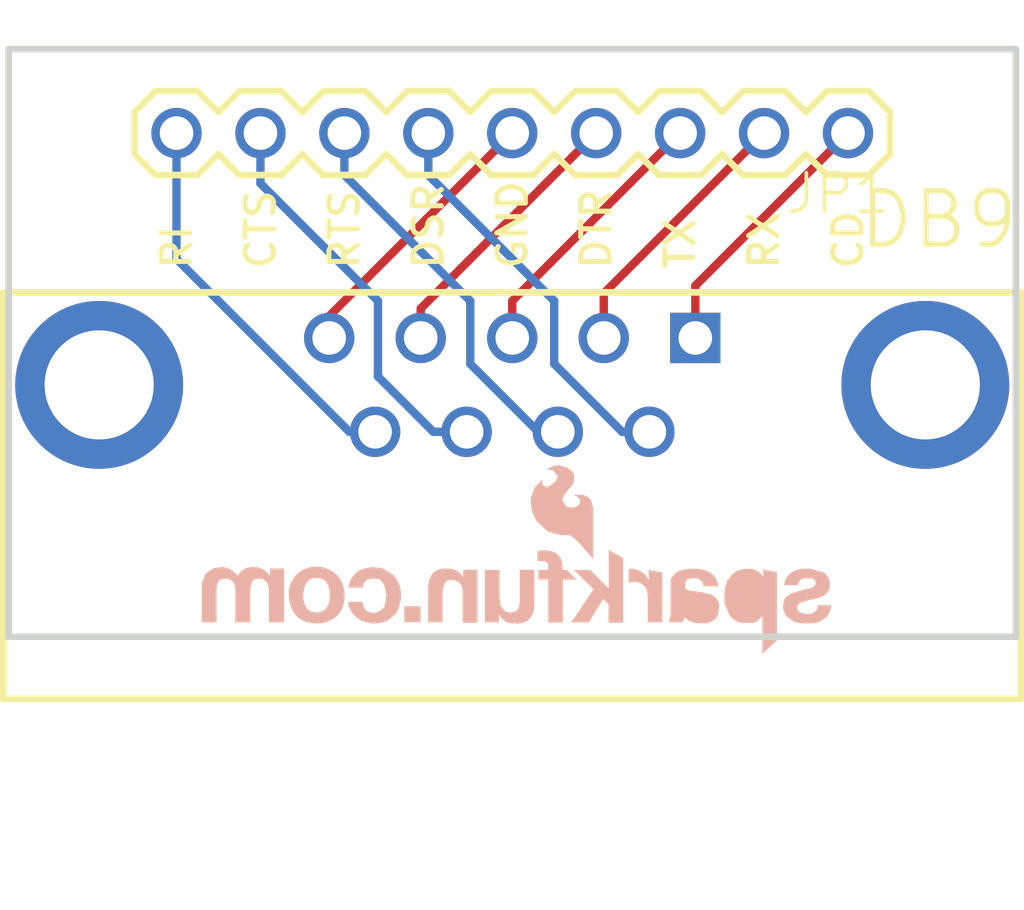
<source format=kicad_pcb>
(kicad_pcb (version 20211014) (generator pcbnew)
  (layers (0 "F.Cu" signal) (31 "B.Cu" signal) (34 "B.Paste" user) (35 "F.Paste" user) (36 "B.SilkS" user "B.Silkscreen") (37 "F.SilkS" user "F.Silkscreen") (38 "B.Mask" user) (39 "F.Mask" user) (44 "Edge.Cuts" user))
  (net 0 "")
  (net 1 "GND")
  (net 2 "DTR")
  (net 3 "TX")
  (net 4 "RX")
  (net 5 "CD")
  (net 6 "RI")
  (net 7 "CTS")
  (net 8 "RTS")
  (net 9 "DSR")
  (footprint "boardEagle:1X09" (layer "F.Cu") (at 158.6611 98.6536 180)
    (fp_text reference "JP1" (at -1.3462 -1.8288) (layer "F.SilkS") (effects (font (size 1.1557 1.1557) (thickness 0.1143)) (justify right)))
    (fp_text value "M09")
    (fp_line (start 15.875 -1.27) (end 16.51 -0.635) (layer "F.SilkS") (width 0.2032))
    (fp_line (start 21.59 0.635) (end 20.955 1.27) (layer "F.SilkS") (width 0.2032))
    (fp_line (start 12.065 -1.27) (end 13.335 -1.27) (layer "F.SilkS") (width 0.2032))
    (fp_line (start 14.605 -1.27) (end 13.97 -0.635) (layer "F.SilkS") (width 0.2032))
    (fp_line (start -1.27 0.635) (end -0.635 1.27) (layer "F.SilkS") (width 0.2032))
    (fp_line (start 3.81 -0.635) (end 4.445 -1.27) (layer "F.SilkS") (width 0.2032))
    (fp_line (start 17.145 -1.27) (end 16.51 -0.635) (layer "F.SilkS") (width 0.2032))
    (fp_line (start 1.27 -0.635) (end 1.905 -1.27) (layer "F.SilkS") (width 0.2032))
    (fp_line (start 20.955 -1.27) (end 21.59 -0.635) (layer "F.SilkS") (width 0.2032))
    (fp_line (start 13.335 -1.27) (end 13.97 -0.635) (layer "F.SilkS") (width 0.2032))
    (fp_line (start 1.905 1.27) (end 1.27 0.635) (layer "F.SilkS") (width 0.2032))
    (fp_line (start 19.685 -1.27) (end 20.955 -1.27) (layer "F.SilkS") (width 0.2032))
    (fp_line (start 19.05 0.635) (end 18.415 1.27) (layer "F.SilkS") (width 0.2032))
    (fp_line (start 0.635 1.27) (end -0.635 1.27) (layer "F.SilkS") (width 0.2032))
    (fp_line (start 9.525 1.27) (end 8.89 0.635) (layer "F.SilkS") (width 0.2032))
    (fp_line (start 4.445 -1.27) (end 5.715 -1.27) (layer "F.SilkS") (width 0.2032))
    (fp_line (start 6.35 0.635) (end 6.985 1.27) (layer "F.SilkS") (width 0.2032))
    (fp_line (start 3.175 1.27) (end 1.905 1.27) (layer "F.SilkS") (width 0.2032))
    (fp_line (start 14.605 -1.27) (end 15.875 -1.27) (layer "F.SilkS") (width 0.2032))
    (fp_line (start 19.05 0.635) (end 19.685 1.27) (layer "F.SilkS") (width 0.2032))
    (fp_line (start 8.89 0.635) (end 8.255 1.27) (layer "F.SilkS") (width 0.2032))
    (fp_line (start 6.985 -1.27) (end 8.255 -1.27) (layer "F.SilkS") (width 0.2032))
    (fp_line (start 20.955 1.27) (end 19.685 1.27) (layer "F.SilkS") (width 0.2032))
    (fp_line (start -1.27 -0.635) (end -1.27 0.635) (layer "F.SilkS") (width 0.2032))
    (fp_line (start 13.335 1.27) (end 12.065 1.27) (layer "F.SilkS") (width 0.2032))
    (fp_line (start 8.89 -0.635) (end 9.525 -1.27) (layer "F.SilkS") (width 0.2032))
    (fp_line (start 16.51 0.635) (end 15.875 1.27) (layer "F.SilkS") (width 0.2032))
    (fp_line (start 4.445 1.27) (end 3.81 0.635) (layer "F.SilkS") (width 0.2032))
    (fp_line (start 11.43 0.635) (end 10.795 1.27) (layer "F.SilkS") (width 0.2032))
    (fp_line (start 10.795 1.27) (end 9.525 1.27) (layer "F.SilkS") (width 0.2032))
    (fp_line (start 3.81 0.635) (end 3.175 1.27) (layer "F.SilkS") (width 0.2032))
    (fp_line (start 6.985 -1.27) (end 6.35 -0.635) (layer "F.SilkS") (width 0.2032))
    (fp_line (start 8.255 1.27) (end 6.985 1.27) (layer "F.SilkS") (width 0.2032))
    (fp_line (start 10.795 -1.27) (end 11.43 -0.635) (layer "F.SilkS") (width 0.2032))
    (fp_line (start 18.415 1.27) (end 17.145 1.27) (layer "F.SilkS") (width 0.2032))
    (fp_line (start 3.175 -1.27) (end 3.81 -0.635) (layer "F.SilkS") (width 0.2032))
    (fp_line (start 5.715 -1.27) (end 6.35 -0.635) (layer "F.SilkS") (width 0.2032))
    (fp_line (start -0.635 -1.27) (end 0.635 -1.27) (layer "F.SilkS") (width 0.2032))
    (fp_line (start 5.715 1.27) (end 4.445 1.27) (layer "F.SilkS") (width 0.2032))
    (fp_line (start 18.415 -1.27) (end 19.05 -0.635) (layer "F.SilkS") (width 0.2032))
    (fp_line (start 15.875 1.27) (end 14.605 1.27) (layer "F.SilkS") (width 0.2032))
    (fp_line (start 6.35 0.635) (end 5.715 1.27) (layer "F.SilkS") (width 0.2032))
    (fp_line (start 16.51 0.635) (end 17.145 1.27) (layer "F.SilkS") (width 0.2032))
    (fp_line (start 13.97 0.635) (end 14.605 1.27) (layer "F.SilkS") (width 0.2032))
    (fp_line (start 13.97 0.635) (end 13.335 1.27) (layer "F.SilkS") (width 0.2032))
    (fp_line (start 17.145 -1.27) (end 18.415 -1.27) (layer "F.SilkS") (width 0.2032))
    (fp_line (start 11.43 -0.635) (end 12.065 -1.27) (layer "F.SilkS") (width 0.2032))
    (fp_line (start 12.065 1.27) (end 11.43 0.635) (layer "F.SilkS") (width 0.2032))
    (fp_line (start 21.59 -0.635) (end 21.59 0.635) (layer "F.SilkS") (width 0.2032))
    (fp_line (start 9.525 -1.27) (end 10.795 -1.27) (layer "F.SilkS") (width 0.2032))
    (fp_line (start 8.255 -1.27) (end 8.89 -0.635) (layer "F.SilkS") (width 0.2032))
    (fp_line (start 0.635 -1.27) (end 1.27 -0.635) (layer "F.SilkS") (width 0.2032))
    (fp_line (start 19.685 -1.27) (end 19.05 -0.635) (layer "F.SilkS") (width 0.2032))
    (fp_line (start 1.905 -1.27) (end 3.175 -1.27) (layer "F.SilkS") (width 0.2032))
    (fp_line (start 1.27 0.635) (end 0.635 1.27) (layer "F.SilkS") (width 0.2032))
    (fp_line (start -0.635 -1.27) (end -1.27 -0.635) (layer "F.SilkS") (width 0.2032))
    (pad "1" thru_hole circle (at 0 0 270) (size 1.524 1.524) (drill 1.016) (layers *.Cu *.Mask) (net 5 "CD"))
    (pad "2" thru_hole circle (at 2.54 0 270) (size 1.524 1.524) (drill 1.016) (layers *.Cu *.Mask) (net 4 "RX"))
    (pad "3" thru_hole circle (at 5.08 0 270) (size 1.524 1.524) (drill 1.016) (layers *.Cu *.Mask) (net 3 "TX"))
    (pad "4" thru_hole circle (at 7.62 0 270) (size 1.524 1.524) (drill 1.016) (layers *.Cu *.Mask) (net 2 "DTR"))
    (pad "5" thru_hole circle (at 10.16 0 270) (size 1.524 1.524) (drill 1.016) (layers *.Cu *.Mask) (net 1 "GND"))
    (pad "6" thru_hole circle (at 12.7 0 270) (size 1.524 1.524) (drill 1.016) (layers *.Cu *.Mask) (net 9 "DSR"))
    (pad "7" thru_hole circle (at 15.24 0 270) (size 1.524 1.524) (drill 1.016) (layers *.Cu *.Mask) (net 8 "RTS"))
    (pad "8" thru_hole circle (at 17.78 0 270) (size 1.524 1.524) (drill 1.016) (layers *.Cu *.Mask) (net 7 "CTS"))
    (pad "9" thru_hole circle (at 20.32 0 270) (size 1.524 1.524) (drill 1.016) (layers *.Cu *.Mask) (net 6 "RI"))
  )
  (footprint "boardEagle:DB9" (layer "F.Cu") (at 148.5011 106.2736 180)
    (fp_text reference "DB9" (at -15.4 5) (layer "F.SilkS") (effects (font (size 1.61798 1.61798) (thickness 0.16002)) (justify right)))
    (fp_text value "")
    (fp_line (start -15.4 2.8) (end 15.4 2.8) (layer "F.SilkS") (width 0.2032))
    (fp_line (start -15.4 2.8) (end -15.4 -9.5) (layer "F.SilkS") (width 0.2032))
    (fp_line (start 15.4 2.8) (end 15.4 -9.5) (layer "F.SilkS") (width 0.2032))
    (fp_line (start -15.4 -9.5) (end 15.4 -9.5) (layer "F.SilkS") (width 0.2032))
    (pad "1" thru_hole rect (at -5.54 1.42 180) (size 1.524 1.524) (drill 1.016) (layers *.Cu *.Mask) (net 5 "CD"))
    (pad "2" thru_hole circle (at -2.77 1.42 180) (size 1.524 1.524) (drill 1.016) (layers *.Cu *.Mask) (net 4 "RX"))
    (pad "3" thru_hole circle (at 0 1.42 180) (size 1.524 1.524) (drill 1.016) (layers *.Cu *.Mask) (net 3 "TX"))
    (pad "4" thru_hole circle (at 2.77 1.42 180) (size 1.524 1.524) (drill 1.016) (layers *.Cu *.Mask) (net 2 "DTR"))
    (pad "5" thru_hole circle (at 5.54 1.42 180) (size 1.524 1.524) (drill 1.016) (layers *.Cu *.Mask) (net 1 "GND"))
    (pad "6" thru_hole circle (at -4.15 -1.42 180) (size 1.524 1.524) (drill 1.016) (layers *.Cu *.Mask) (net 9 "DSR"))
    (pad "7" thru_hole circle (at -1.38 -1.42 180) (size 1.524 1.524) (drill 1.016) (layers *.Cu *.Mask) (net 8 "RTS"))
    (pad "8" thru_hole circle (at 1.38 -1.42 180) (size 1.524 1.524) (drill 1.016) (layers *.Cu *.Mask) (net 7 "CTS"))
    (pad "9" thru_hole circle (at 4.15 -1.42 180) (size 1.524 1.524) (drill 1.016) (layers *.Cu *.Mask) (net 6 "RI"))
    (pad "G1" thru_hole circle (at -12.5 0 180) (size 5.08 5.08) (drill 3.302) (layers *.Cu *.Mask))
    (pad "G2" thru_hole circle (at 12.5 0 180) (size 5.08 5.08) (drill 3.302) (layers *.Cu *.Mask))
  )
  (footprint "boardEagle:SFE-NEW-WEBLOGO" (layer "B.Cu") (at 158.1531 114.4016 180)
    (fp_text reference "U$2" hide)
    (fp_text value "LOGO-SFENEW" hide)
    (fp_line (start 11.1379 0.9449) (end 10.7163 0.9449) (layer "B.SilkS") (width 0.0254))
    (fp_line (start 12.1818 2.0091) (end 12.1818 0.955) (layer "B.SilkS") (width 0.0254))
    (fp_line (start 11.1201 2.2962) (end 11.1277 2.2962) (layer "B.SilkS") (width 0.0254))
    (fp_line (start 15.5702 2.2962) (end 15.5702 2.6137) (layer "B.SilkS") (width 0.0254))
    (fp_line (start 15.5702 2.6137) (end 15.5854 2.6137) (layer "B.SilkS") (width 0.0254))
    (fp_line (start 15.5499 2.6137) (end 15.5499 2.2911) (layer "B.SilkS") (width 0.0254))
    (fp_line (start 11.1201 2.5171) (end 11.1201 2.2962) (layer "B.SilkS") (width 0.0254))
    (fp_line (start 10.7163 2.5171) (end 11.1201 2.5171) (layer "B.SilkS") (width 0.0254))
    (fp_line (start 11.7729 0.955) (end 11.7729 1.9202) (layer "B.SilkS") (width 0.0254))
    (fp_line (start 11.1379 1.8136) (end 11.1379 0.9449) (layer "B.SilkS") (width 0.0254))
    (fp_line (start 15.5499 2.2911) (end 15.527 2.2911) (layer "B.SilkS") (width 0.0254))
    (fp_line (start 10.7163 0.9449) (end 10.7163 2.5171) (layer "B.SilkS") (width 0.0254))
    (fp_line (start 12.1818 0.955) (end 11.7729 0.955) (layer "B.SilkS") (width 0.0254))
    (fp_arc (start 15.128201 2.4892) (mid 14.882786 2.260687) (end 14.7549 1.9507) (layer "B.SilkS") (width 0.0254))
    (fp_arc (start 15.428 1.2522) (mid 15.597525 1.230563) (end 15.7632 1.2725) (layer "B.SilkS") (width 0.0254))
    (fp_arc (start 14.7549 1.9507) (mid 14.737287 1.759061) (end 14.7523 1.5672) (layer "B.SilkS") (width 0.0254))
    (fp_arc (start 12.0345 2.425699) (mid 11.911985 2.51116) (end 11.7678 2.5502) (layer "B.SilkS") (width 0.0254))
    (fp_arc (start 15.809 2.5857) (mid 15.698073 2.606673) (end 15.5854 2.6137) (layer "B.SilkS") (width 0.0254))
    (fp_arc (start 15.9868 1.7196) (mid 15.980368 1.846143) (end 15.9588 1.971) (layer "B.SilkS") (width 0.0254))
    (fp_arc (start 11.7678 2.5502) (mid 11.667584 2.556058) (end 11.5672 2.5552) (layer "B.SilkS") (width 0.0254))
    (fp_arc (start 16.317 1.3665) (mid 16.380488 1.583529) (end 16.4033 1.8085) (layer "B.SilkS") (width 0.0254))
    (fp_arc (start 11.2725 2.446) (mid 11.226399 2.404414) (end 11.1862 2.3571) (layer "B.SilkS") (width 0.0254))
    (fp_arc (start 15.5423 0.9195) (mid 15.724919 0.932492) (end 15.9029 0.9754) (layer "B.SilkS") (width 0.0254))
    (fp_arc (start 15.527 2.2911) (mid 15.388433 2.258974) (end 15.278099 2.1692) (layer "B.SilkS") (width 0.0254))
    (fp_arc (start 15.7632 1.2725) (mid 15.846801 1.329279) (end 15.908 1.4097) (layer "B.SilkS") (width 0.0254))
    (fp_arc (start 15.908 1.4097) (mid 15.966057 1.559906) (end 15.9868 1.7196) (layer "B.SilkS") (width 0.0254))
    (fp_arc (start 15.1689 1.8847) (mid 15.165026 1.761448) (end 15.1714 1.6383) (layer "B.SilkS") (width 0.0254))
    (fp_arc (start 15.7277 2.2708) (mid 15.650001 2.290018) (end 15.5702 2.2962) (layer "B.SilkS") (width 0.0254))
    (fp_arc (start 11.1379 1.8821) (mid 11.137681 1.84785) (end 11.1379 1.8136) (layer "B.SilkS") (width 0.0254))
    (fp_arc (start 15.24 1.4097) (mid 15.31871 1.3127) (end 15.428 1.2522) (layer "B.SilkS") (width 0.0254))
    (fp_arc (start 14.9911 1.1201) (mid 15.249615 0.972855) (end 15.5423 0.9195) (layer "B.SilkS") (width 0.0254))
    (fp_arc (start 11.1277 2.2962) (mid 11.137379 2.298176) (end 11.1455 2.3038) (layer "B.SilkS") (width 0.0254))
    (fp_arc (start 15.9588 1.971) (mid 15.910982 2.096372) (end 15.8318 2.2047) (layer "B.SilkS") (width 0.0254))
    (fp_arc (start 15.2781 2.1692) (mid 15.20247 2.035022) (end 15.168899 1.8847) (layer "B.SilkS") (width 0.0254))
    (fp_arc (start 11.7729 1.9202) (mid 11.758038 2.02962) (end 11.7145 2.1311) (layer "B.SilkS") (width 0.0254))
    (fp_arc (start 11.4198 2.2327) (mid 11.334441 2.214452) (end 11.259799 2.1692) (layer "B.SilkS") (width 0.0254))
    (fp_arc (start 15.5499 2.6137) (mid 15.331296 2.577713) (end 15.1282 2.4892) (layer "B.SilkS") (width 0.0254))
    (fp_arc (start 11.1862 2.3571) (mid 11.172158 2.338081) (end 11.1582 2.319) (layer "B.SilkS") (width 0.0254))
    (fp_arc (start 15.8318 2.2047) (mid 15.783745 2.244042) (end 15.7277 2.2708) (layer "B.SilkS") (width 0.0254))
    (fp_arc (start 14.7523 1.5672) (mid 14.792796 1.413418) (end 14.8615 1.27) (layer "B.SilkS") (width 0.0254))
    (fp_arc (start 11.1684 2.0396) (mid 11.146105 1.962214) (end 11.1379 1.8821) (layer "B.SilkS") (width 0.0254))
    (fp_arc (start 11.5672 2.5552) (mid 11.411238 2.523841) (end 11.2725 2.446) (layer "B.SilkS") (width 0.0254))
    (fp_arc (start 11.7145 2.1311) (mid 11.664346 2.1894) (end 11.5976 2.2276) (layer "B.SilkS") (width 0.0254))
    (fp_arc (start 12.1818 2.0091) (mid 12.172765 2.122002) (end 12.1488 2.2327) (layer "B.SilkS") (width 0.0254))
    (fp_arc (start 11.2598 2.1692) (mid 11.206137 2.110016) (end 11.1684 2.0396) (layer "B.SilkS") (width 0.0254))
    (fp_arc (start 14.8615 1.27) (mid 14.919858 1.189481) (end 14.9911 1.1201) (layer "B.SilkS") (width 0.0254))
    (fp_arc (start 11.4198 2.2327) (mid 11.475702 2.235165) (end 11.5316 2.2377) (layer "B.SilkS") (width 0.0254))
    (fp_arc (start 12.1488 2.232699) (mid 12.104013 2.336521) (end 12.0345 2.4257) (layer "B.SilkS") (width 0.0254))
    (fp_arc (start 16.129 2.4181) (mid 15.978822 2.520652) (end 15.809 2.5857) (layer "B.SilkS") (width 0.0254))
    (fp_arc (start 15.1714 1.6383) (mid 15.194331 1.520588) (end 15.24 1.4097) (layer "B.SilkS") (width 0.0254))
    (fp_arc (start 16.4033 1.808499) (mid 16.333054 2.143404) (end 16.129 2.4181) (layer "B.SilkS") (width 0.0254))
    (fp_arc (start 11.5976 2.2276) (mid 11.565101 2.235925) (end 11.5316 2.2377) (layer "B.SilkS") (width 0.0254))
    (fp_arc (start 15.9029 0.9754) (mid 16.153433 1.12491) (end 16.317 1.3665) (layer "B.SilkS") (width 0.0254))
    (fp_arc (start 11.1455 2.3038) (mid 11.152103 2.311188) (end 11.1582 2.319) (layer "B.SilkS") (width 0.0254))
    (fp_poly (pts (xy 15.5499 2.609649) (xy 15.5499 2.29782) (xy 15.429469 2.281338) (xy 15.314616 2.217851) (xy 15.23586 2.109416) (xy 15.196312 2.020604) (xy 15.168868 1.873153) (xy 15.163824 1.687316) (xy 15.181322 1.562471) (xy 15.218744 1.447652) (xy 15.272523 1.345) (xy 15.437302 1.244156) (xy 15.6121 1.221967) (xy 15.787119 1.281181) (xy 15.894998 1.379217) (xy 15.949332 1.500229) (xy 15.9868 1.655017) (xy 15.9868 1.797481) (xy 15.961756 1.990339) (xy 15.88736 2.151531) (xy 15.803924 2.232457) (xy 15.708711 2.283762) (xy 15.58997 2.2936) (xy 15.567485 2.2936) (xy 15.57294 2.617878) (xy 15.788992 2.590535) (xy 15.954486 2.53364) (xy 16.155367 2.394616) (xy 16.266844 2.264968) (xy 16.37246 2.027864) (xy 16.400898 1.805948) (xy 16.375193 1.592623) (xy 16.305839 1.343513) (xy 16.222719 1.211114) (xy 16.101494 1.095067) (xy 15.987532 1.014773) (xy 15.799031 0.950211) (xy 15.544583 0.924513) (xy 15.240687 0.965682) (xy 14.951456 1.146439) (xy 14.788469 1.399985) (xy 14.726674 1.793647) (xy 14.809154 2.154405) (xy 15.026083 2.4307) (xy 15.368412 2.600648) (xy 15.51864 2.6187) (xy 15.52691 2.6187)) (layer "B.SilkS") (width 0) (fill solid))
    (fp_poly (pts (xy 14.181776 2.563159) (xy 14.181555 2.560669) (xy 14.327447 2.496725) (xy 14.547848 2.246517) (xy 14.619242 1.9914) (xy 14.1707 1.9914) (xy 14.1707 2.005388) (xy 14.15242 2.10038) (xy 14.100807 2.180729) (xy 14.023181 2.236025) (xy 13.860405 2.2706) (xy 13.694207 2.245798) (xy 13.653262 2.227396) (xy 13.618712 2.198612) (xy 13.531409 2.074936) (xy 13.459735 1.779947) (xy 13.507258 1.471936) (xy 13.55233 1.379537) (xy 13.718934 1.256376) (xy 13.795519 1.238584) (xy 13.875272 1.234455) (xy 13.963395 1.249226) (xy 14.044683 1.286045) (xy 14.088707 1.320383) (xy 14.123821 1.362695) (xy 14.191983 1.5646) (xy 14.6202 1.5646) (xy 14.6202 1.546046) (xy 14.607183 1.4497) (xy 14.551954 1.307962) (xy 14.468685 1.180108) (xy 14.234909 0.989147) (xy 13.88734 0.904104) (xy 13.726062 0.914148) (xy 13.567886 0.942693) (xy 13.423659 0.994928) (xy 13.188191 1.185237) (xy 13.098694 1.32648) (xy 13.017451 1.644495) (xy 13.0251 1.894992) (xy 13.0251 1.896181) (xy 13.064859 2.076939) (xy 13.14486 2.243932) (xy 13.26133 2.388842) (xy 13.574558 2.580191) (xy 13.883988 2.616332)) (layer "B.SilkS") (width 0) (fill solid))
    (fp_poly (pts (xy 6.7335 1.97376) (xy 7.284539 2.5248) (xy 7.78835 2.5248) (xy 7.197009 1.946483) (xy 7.869909 0.937183) (xy 7.330929 0.939835) (xy 6.903958 1.643716) (xy 6.7386 1.483032) (xy 6.7386 0.9296) (xy 6.306639 0.9296) (xy 6.2941 0.942139) (xy 6.2941 2.887776) (xy 6.7335 3.138467)) (layer "B.SilkS") (width 0) (fill solid))
    (fp_poly (pts (xy 0.803285 2.567895) (xy 0.944243 2.553799) (xy 1.081508 2.516334) (xy 1.193542 2.461399) (xy 1.291841 2.383865) (xy 1.357039 2.297824) (xy 1.377068 2.257603) (xy 1.393653 2.216867) (xy 1.417283 2.151914) (xy 1.353784 2.105111) (xy 1.152335 2.254241) (xy 0.736496 2.387002) (xy 0.372563 2.277101) (xy 0.417885 2.019712) (xy 1.241556 1.540676) (xy 1.263422 1.497067) (xy 1.147655 1.152457) (xy 0.724605 1.058492) (xy -0.038666 1.4605) (xy 0.4115 1.4605) (xy 0.4115 1.443466) (xy 0.420402 1.369907) (xy 0.454647 1.305856) (xy 0.524204 1.243359) (xy 0.610838 1.206018) (xy 0.637726 1.200933) (xy 0.665996 1.198897) (xy 0.7328 1.198389) (xy 0.79791 1.198884) (xy 0.968129 1.258019) (xy 1.007666 1.302193) (xy 1.028603 1.358428) (xy 1.025789 1.425439) (xy 0.995864 1.485288) (xy 0.943734 1.527918) (xy 0.715431 1.605731) (xy 0.533161 1.644154) (xy 0.351479 1.692254) (xy 0.230117 1.743632) (xy 0.122357 1.822697) (xy 0.0457 1.960096) (xy 0.0457 1.963141) (xy 0.038572 2.135467) (xy 0.0838 2.300409) (xy 0.0838 2.303445) (xy 0.206233 2.444416) (xy 0.620397 2.567885) (xy 0.71245 2.568634)) (layer "B.SilkS") (width 0) (fill solid))
    (fp_poly (pts (xy 2.834651 2.506079) (xy 2.92707 2.450683) (xy 3.011605 2.383731) (xy 3.1267 2.221709) (xy 3.1267 2.263503) (xy 3.219434 1.972794) (xy 3.236098 1.526727) (xy 3.068933 1.135798) (xy 2.975978 1.041462) (xy 2.864973 0.970996) (xy 2.740356 0.92713) (xy 2.372489 0.922) (xy 2.370226 0.922) (xy 2.254471 0.962806) (xy 2.0828 1.127587) (xy 2.0828 -0.010757) (xy 1.6434 0.385552) (xy 1.6434 2.45912) (xy 2.057593 2.537568) (xy 2.055012 2.330538) (xy 2.068304 2.345345) (xy 2.15812 2.442839) (xy 2.234107 2.497896) (xy 2.368681 2.552194) (xy 2.419192 2.562883) (xy 2.620347 2.565422)) (layer "B.SilkS") (width 0) (fill solid))
    (fp_poly (pts (xy 4.444983 2.544915) (xy 4.588724 2.501712) (xy 4.72259 2.430523) (xy 4.844814 2.271666) (xy 4.859671 2.1819) (xy 4.8616 2.1819) (xy 4.8616 1.6891) (xy 4.864173 1.6891) (xy 4.861603 1.242544) (xy 4.871819 1.108765) (xy 4.906709 0.979276) (xy 4.920484 0.9423) (xy 4.495275 0.9423) (xy 4.477494 0.951279) (xy 4.472002 0.970735) (xy 4.468249 0.985133) (xy 4.446292 1.084946) (xy 4.440321 1.089528) (xy 4.438946 1.088886) (xy 4.309064 0.98859) (xy 4.153188 0.927249) (xy 3.824183 0.906712) (xy 3.683825 0.938256) (xy 3.554173 1.000134) (xy 3.486826 1.05665) (xy 3.437273 1.130532) (xy 3.3807 1.444163) (xy 3.3807 1.446675) (xy 3.401941 1.543624) (xy 3.446308 1.632822) (xy 3.527788 1.722902) (xy 3.632416 1.784766) (xy 3.937258 1.861632) (xy 4.048648 1.873601) (xy 4.159032 1.884616) (xy 4.224808 1.893434) (xy 4.289167 1.907055) (xy 4.336271 1.923637) (xy 4.379043 1.948303) (xy 4.407461 1.974391) (xy 4.413402 1.982997) (xy 4.4171 1.991455) (xy 4.4171 2.14983) (xy 4.358226 2.232254) (xy 4.254396 2.270917) (xy 4.188033 2.274326) (xy 4.120968 2.275774) (xy 4.006679 2.25395) (xy 3.883049 2.131716) (xy 3.8659 2.045941) (xy 3.8659 2.0295) (xy 3.429 2.0295) (xy 3.429 2.040006) (xy 3.418965 2.041638) (xy 3.439259 2.166448) (xy 3.491292 2.283494) (xy 3.571378 2.383462) (xy 3.674008 2.459597) (xy 3.791998 2.513469) (xy 3.916944 2.547448) (xy 4.18103 2.571338)) (layer "B.SilkS") (width 0) (fill solid))
    (fp_poly (pts (xy 8.337002 5.691103) (xy 8.426449 5.668729) (xy 8.439477 5.663683) (xy 8.451149 5.657775) (xy 8.46786 5.649476) (xy 8.486552 5.642734) (xy 8.582694 5.5855) (xy 8.5903 5.5855) (xy 8.5903 5.5601) (xy 8.517833 5.5601) (xy 8.419418 5.540814) (xy 8.285855 5.378186) (xy 8.290365 5.319725) (xy 8.33909 5.224769) (xy 8.415666 5.148096) (xy 8.505069 5.083538) (xy 8.580348 5.051724) (xy 8.661737 5.054532) (xy 8.669864 5.057086) (xy 8.677257 5.060289) (xy 8.741514 5.119856) (xy 8.7478 5.142712) (xy 8.7478 5.260838) (xy 8.974707 5.031027) (xy 9.079186 4.739741) (xy 9.082603 4.739794) (xy 9.08906 4.533335) (xy 9.059857 4.34032) (xy 8.996308 4.155742) (xy 8.8773 3.944478) (xy 8.8773 3.963481) (xy 8.589131 3.69191) (xy 8.193239 3.5814) (xy 7.964005 3.5814) (xy 7.927201 3.574946) (xy 7.892776 3.562492) (xy 7.707322 3.424684) (xy 7.1984 2.85199) (xy 7.1984 4.40367) (xy 7.271004 4.644867) (xy 7.379295 4.748389) (xy 7.518122 4.800422) (xy 7.6149 4.807989) (xy 7.710384 4.800523) (xy 7.77091 4.790999) (xy 7.768788 4.767333) (xy 7.733216 4.768142) (xy 7.712784 4.759041) (xy 7.631519 4.700054) (xy 7.611722 4.67357) (xy 7.601395 4.6114) (xy 7.611905 4.548129) (xy 7.632405 4.508074) (xy 7.663343 4.475585) (xy 7.757535 4.42645) (xy 7.863229 4.414642) (xy 7.953768 4.432984) (xy 8.03522 4.472556) (xy 8.13303 4.637559) (xy 8.118706 4.731744) (xy 8.061914 4.813301) (xy 7.795707 5.146137) (xy 7.772667 5.393755) (xy 7.838495 5.504456) (xy 7.840042 5.506003) (xy 7.989901 5.63002) (xy 8.243676 5.699964)) (layer "B.SilkS") (width 0) (fill solid))
    (fp_poly (pts (xy 12.4257 0.9449) (xy 12.921 0.9449) (xy 12.921 1.43) (xy 12.4257 1.43)) (layer "B.SilkS") (width 0) (fill solid))
    (fp_poly (pts (xy 1.201557 2.290098) (xy 1.414074 2.156268) (xy 1.42383 2.065) (xy 1.01008 2.065) (xy 1.00135 2.126336) (xy 0.936084 2.220524) (xy 0.871818 2.257603) (xy 0.798545 2.2758) (xy 0.628591 2.2758) (xy 0.583991 2.267366) (xy 0.541641 2.251683) (xy 0.51157 2.232098) (xy 0.488615 2.205726) (xy 0.469153 2.152745) (xy 0.474605 2.097619) (xy 0.521549 2.031824) (xy 0.664468 1.962838) (xy 0.866638 1.922444) (xy 1.206678 1.822687) (xy 1.354318 1.729494) (xy 1.389578 1.692366) (xy 1.416579 1.648151) (xy 1.460229 1.440208) (xy 1.447804 1.4376) (xy 1.460484 1.436955) (xy 1.457817 1.384541) (xy 1.452657 1.33034) (xy 1.371775 1.140043) (xy 1.14885 0.969822) (xy 1.013381 0.927267) (xy 0.74708 0.904177) (xy 0.617383 0.909691) (xy 0.487493 0.922202) (xy 0.306845 0.984179) (xy 0.185213 1.061804) (xy 0.109225 1.132023) (xy 0.056988 1.2215) (xy 0.013059 1.350644) (xy 0.002577 1.410659) (xy -0.00152 1.469003) (xy 0.738195 1.10308) (xy 1.120535 1.189415) (xy 1.224069 1.497645) (xy 0.809011 1.723764) (xy 0.364394 1.98847) (xy 0.308075 2.310537) (xy 0.741882 2.423672)) (layer "B.SilkS") (width 0) (fill solid))
    (fp_poly (pts (xy 17.714962 2.583496) (xy 17.714669 2.58013) (xy 17.812284 2.526288) (xy 17.900302 2.442716) (xy 17.956995 2.351455) (xy 17.961394 2.355854) (xy 18.007182 2.404147) (xy 18.086856 2.480888) (xy 18.177617 2.546023) (xy 18.30384 2.60027) (xy 18.440544 2.616304) (xy 18.698981 2.580082) (xy 18.93345 2.426436) (xy 19.05 2.112985) (xy 19.05 0.9398) (xy 18.6004 0.9398) (xy 18.6004 1.979658) (xy 18.558302 2.150487) (xy 18.49797 2.220003) (xy 18.412014 2.255689) (xy 18.322362 2.262413) (xy 18.233537 2.253336) (xy 18.121633 2.190061) (xy 18.068614 2.109201) (xy 18.041426 2.014408) (xy 18.036069 1.960144) (xy 18.034 1.904767) (xy 18.034 0.9398) (xy 17.5768 0.9398) (xy 17.5768 2.006808) (xy 17.507834 2.191589) (xy 17.433119 2.246143) (xy 17.339789 2.26304) (xy 17.298061 2.260863) (xy 17.256145 2.258198) (xy 17.19103 2.2421) (xy 17.135402 2.205103) (xy 17.092564 2.160343) (xy 17.055171 2.112821) (xy 17.0155 1.934108) (xy 17.0155 0.9423) (xy 16.5583 0.9423) (xy 16.5583 2.573) (xy 16.9824 2.573) (xy 16.9824 2.355139) (xy 16.985319 2.355789) (xy 17.015959 2.3959) (xy 17.093229 2.475705) (xy 17.171263 2.538367) (xy 17.262579 2.579887) (xy 17.318155 2.59498) (xy 17.374103 2.605849) (xy 17.443329 2.614463) (xy 17.514022 2.618767)) (layer "B.SilkS") (width 0) (fill solid))
    (fp_poly (pts (xy 6.1316 2.557116) (xy 6.1316 2.1463) (xy 6.115783 2.1463) (xy 6.10653 2.147054) (xy 6.097893 2.149211) (xy 6.068387 2.157247) (xy 6.038922 2.161538) (xy 5.96265 2.16474) (xy 5.887609 2.16159) (xy 5.731931 2.107297) (xy 5.637642 2.018651) (xy 5.577302 1.903423) (xy 5.5499 1.736362) (xy 5.5499 0.9423) (xy 5.107878 0.9423) (xy 5.110519 2.454146) (xy 5.522 2.527255) (xy 5.522 2.234211) (xy 5.526569 2.235704) (xy 5.544428 2.262537) (xy 5.578841 2.314524) (xy 5.613758 2.367854) (xy 5.686736 2.438162) (xy 5.778008 2.498223) (xy 5.979984 2.565515)) (layer "B.SilkS") (width 0) (fill solid))
    (fp_poly (pts (xy 11.770768 2.56283) (xy 12.043428 2.435548) (xy 12.160999 2.237024) (xy 12.1945 2.010032) (xy 12.1945 0.9423) (xy 11.7602 0.9423) (xy 11.7602 1.918474) (xy 11.70302 2.124971) (xy 11.656141 2.179464) (xy 11.593345 2.215403) (xy 11.53092 2.224956) (xy 11.476269 2.222478) (xy 11.422495 2.220106) (xy 11.268 2.158791) (xy 11.18035 2.034508) (xy 11.1506 1.880883) (xy 11.1506 0.9322) (xy 10.7036 0.9322) (xy 10.7036 2.5298) (xy 11.1328 2.5298) (xy 11.1328 2.310454) (xy 11.136857 2.313263) (xy 11.148195 2.326834) (xy 11.161924 2.345602) (xy 11.176241 2.364992) (xy 11.217267 2.413279) (xy 11.265048 2.456381) (xy 11.406772 2.535896) (xy 11.566093 2.567932)) (layer "B.SilkS") (width 0) (fill solid))
    (fp_poly (pts (xy 8.809435 3.119895) (xy 8.875117 3.1166) (xy 8.89 3.1166) (xy 8.89 2.7889) (xy 8.869112 2.7889) (xy 8.841108 2.7915) (xy 8.660351 2.7915) (xy 8.587936 2.740064) (xy 8.571192 2.699602) (xy 8.5649 2.653436) (xy 8.5649 2.5273) (xy 8.8621 2.5273) (xy 8.8621 2.2352) (xy 8.5623 2.2352) (xy 8.5623 0.9322) (xy 8.1204 0.9322) (xy 8.1204 2.232779) (xy 7.70383 2.235391) (xy 7.995739 2.5273) (xy 8.1255 2.5273) (xy 8.1255 2.560826) (xy 8.143432 2.77702) (xy 8.219199 2.938937) (xy 8.324367 3.032939) (xy 8.449534 3.095959) (xy 8.586403 3.1242) (xy 8.743112 3.1242)) (layer "B.SilkS") (width 0) (fill solid))
    (fp_poly (pts (xy 9.4234 1.520809) (xy 9.472888 1.359974) (xy 9.516069 1.308185) (xy 9.573108 1.271734) (xy 9.714103 1.241374) (xy 9.853529 1.268908) (xy 10.003067 1.442966) (xy 10.033 1.684784) (xy 10.033 2.5273) (xy 10.48 2.5273) (xy 10.48 0.9398) (xy 10.0533 0.9398) (xy 10.0533 1.159713) (xy 9.961626 1.051965) (xy 9.823848 0.946774) (xy 9.797269 0.933513) (xy 9.76873 0.924761) (xy 9.46843 0.899096) (xy 9.311419 0.929258) (xy 9.173895 1.0008) (xy 9.172522 1.0008) (xy 9.155194 1.014756) (xy 9.141833 1.028106) (xy 9.055991 1.150842) (xy 9.0022 1.291099) (xy 8.984 1.439423) (xy 8.984 2.5324) (xy 9.4234 2.5324)) (layer "B.SilkS") (width 0) (fill solid))
  )
  (gr_line (start 163.7411 96.1136) (end 133.2611 96.1136) (layer "Edge.Cuts") (width 0.2032))
  (gr_line (start 163.7411 113.8936) (end 163.7411 96.1136) (layer "Edge.Cuts") (width 0.2032))
  (gr_line (start 133.2611 113.8936) (end 163.7411 113.8936) (layer "Edge.Cuts") (width 0.2032))
  (gr_line (start 133.2611 96.1136) (end 133.2611 113.8936) (layer "Edge.Cuts") (width 0.2032))
  (gr_text "GND" (at 149.0091 102.8446 90) (layer "F.SilkS") (effects (font (size 0.8636 0.8636) (thickness 0.1524)) (justify left bottom)))
  (gr_text "RTS" (at 143.9291 102.8446 90) (layer "F.SilkS") (effects (font (size 0.8636 0.8636) (thickness 0.1524)) (justify left bottom)))
  (gr_text "CTS" (at 141.3891 102.8446 90) (layer "F.SilkS") (effects (font (size 0.8636 0.8636) (thickness 0.1524)) (justify left bottom)))
  (gr_text "RI" (at 138.8491 102.8446 90) (layer "F.SilkS") (effects (font (size 0.8636 0.8636) (thickness 0.1524)) (justify left bottom)))
  (gr_text "DTR" (at 151.5491 102.8446 90) (layer "F.SilkS") (effects (font (size 0.8636 0.8636) (thickness 0.1524)) (justify left bottom)))
  (gr_text "DSR" (at 146.4691 102.8446 90) (layer "F.SilkS") (effects (font (size 0.8636 0.8636) (thickness 0.1524)) (justify left bottom)))
  (gr_text "TX" (at 154.0891 102.8446 90) (layer "F.SilkS") (effects (font (size 0.8636 0.8636) (thickness 0.1524)) (justify left bottom)))
  (gr_text "RX" (at 156.6291 102.8446 90) (layer "F.SilkS") (effects (font (size 0.8636 0.8636) (thickness 0.1524)) (justify left bottom)))
  (gr_text "CD" (at 159.1691 102.8446 90) (layer "F.SilkS") (effects (font (size 0.8636 0.8636) (thickness 0.1524)) (justify left bottom)))
  (segment (start 142.9611 104.8536) (end 142.9611 104.1936) (width 0.254) (layer "F.Cu") (net 1))
  (segment (start 142.9611 104.1936) (end 148.5011 98.6536) (width 0.254) (layer "F.Cu") (net 1))
  (segment (start 145.7311 103.9636) (end 151.0411 98.6536) (width 0.254) (layer "F.Cu") (net 2))
  (segment (start 145.7311 104.8536) (end 145.7311 103.9636) (width 0.254) (layer "F.Cu") (net 2))
  (segment (start 148.5011 104.8536) (end 148.5011 103.7336) (width 0.254) (layer "F.Cu") (net 3))
  (segment (start 148.5011 103.7336) (end 153.5811 98.6536) (width 0.254) (layer "F.Cu") (net 3))
  (segment (start 151.2711 104.8536) (end 151.2711 103.5036) (width 0.254) (layer "F.Cu") (net 4))
  (segment (start 151.2711 103.5036) (end 156.1211 98.6536) (width 0.254) (layer "F.Cu") (net 4))
  (segment (start 154.0411 103.2736) (end 158.6611 98.6536) (width 0.254) (layer "F.Cu") (net 5))
  (segment (start 154.0411 104.8536) (end 154.0411 103.2736) (width 0.254) (layer "F.Cu") (net 5))
  (segment (start 144.3511 107.6936) (end 143.5711 107.6936) (width 0.254) (layer "B.Cu") (net 6))
  (segment (start 138.3411 102.4636) (end 138.3411 98.6536) (width 0.254) (layer "B.Cu") (net 6))
  (segment (start 143.5711 107.6936) (end 138.3411 102.4636) (width 0.254) (layer "B.Cu") (net 6))
  (segment (start 146.1111 107.6936) (end 144.4371 106.0196) (width 0.254) (layer "B.Cu") (net 7))
  (segment (start 144.4371 103.7336) (end 144.4371 106.0196) (width 0.254) (layer "B.Cu") (net 7))
  (segment (start 147.1211 107.6936) (end 146.1111 107.6936) (width 0.254) (layer "B.Cu") (net 7))
  (segment (start 140.8811 100.1776) (end 144.4371 103.7336) (width 0.254) (layer "B.Cu") (net 7))
  (segment (start 140.8811 98.6536) (end 140.8811 100.1776) (width 0.254) (layer "B.Cu") (net 7))
  (segment (start 147.2311 103.7336) (end 143.4211 99.9236) (width 0.254) (layer "B.Cu") (net 8))
  (segment (start 149.8811 107.6936) (end 149.2861 107.6936) (width 0.254) (layer "B.Cu") (net 8))
  (segment (start 147.2311 105.6386) (end 147.2311 103.7336) (width 0.254) (layer "B.Cu") (net 8))
  (segment (start 149.2861 107.6936) (end 147.2311 105.6386) (width 0.254) (layer "B.Cu") (net 8))
  (segment (start 143.4211 99.9236) (end 143.4211 98.6536) (width 0.254) (layer "B.Cu") (net 8))
  (segment (start 152.6511 107.6936) (end 151.8261 107.6936) (width 0.254) (layer "B.Cu") (net 9))
  (segment (start 151.8261 107.6936) (end 149.7711 105.6386) (width 0.254) (layer "B.Cu") (net 9))
  (segment (start 149.7711 105.6386) (end 149.7711 103.7336) (width 0.254) (layer "B.Cu") (net 9))
  (segment (start 149.7711 103.7336) (end 145.9611 99.9236) (width 0.254) (layer "B.Cu") (net 9))
  (segment (start 145.9611 99.9236) (end 145.9611 98.6536) (width 0.254) (layer "B.Cu") (net 9))
)
</source>
